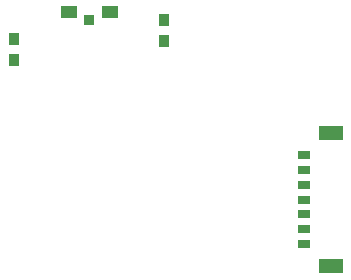
<source format=gbr>
G04 DesignSpark PCB PRO Gerber Version 10.0 Build 5299*
G04 #@! TF.Part,Single*
G04 #@! TF.FileFunction,Paste,Top*
G04 #@! TF.FilePolarity,Positive*
%FSLAX35Y35*%
%MOIN*%
G04 #@! TA.AperFunction,SMDPad,CuDef*
%ADD117R,0.03543X0.03898*%
%ADD116R,0.03189X0.03189*%
%ADD144R,0.04409X0.02835*%
%ADD115R,0.05472X0.03898*%
%ADD145R,0.07953X0.04606*%
G04 #@! TD.AperFunction*
X0Y0D02*
D02*
D115*
X135236Y261220D03*
X149016D03*
D02*
D116*
X142126Y258661D03*
D02*
D117*
X116929Y245319D03*
Y252319D03*
X166929Y251618D03*
Y258618D03*
D02*
D144*
X213780Y184055D03*
Y188976D03*
Y193898D03*
Y198819D03*
Y203740D03*
Y208661D03*
Y213583D03*
D02*
D145*
X222815Y176575D03*
Y221063D03*
X0Y0D02*
M02*

</source>
